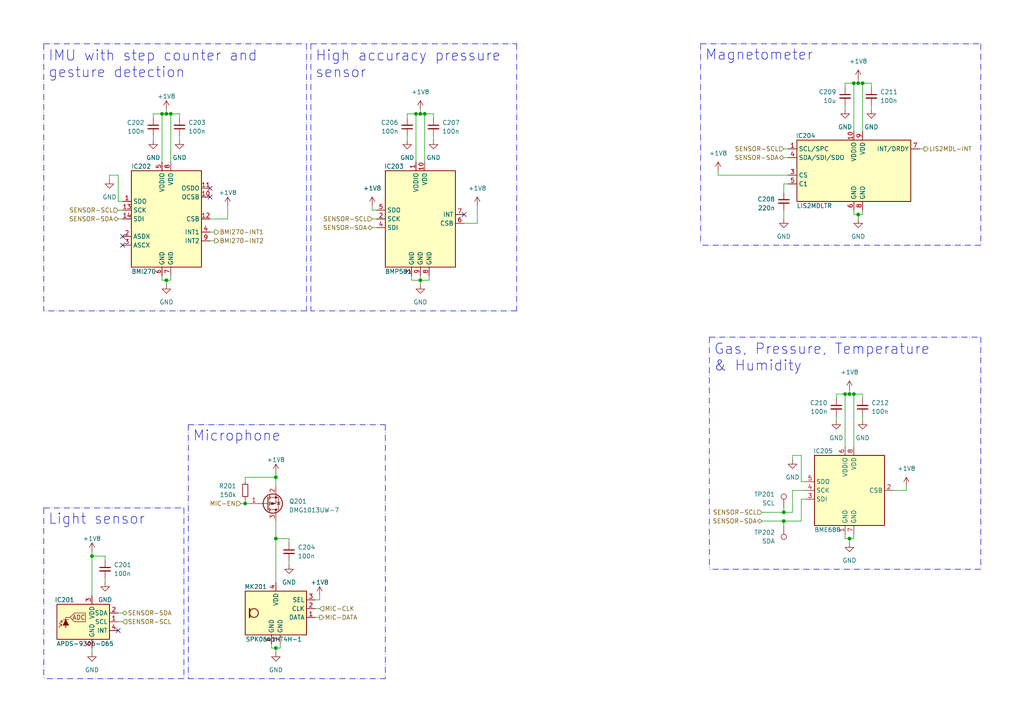
<source format=kicad_sch>
(kicad_sch (version 20231120) (generator "eeschema") (generator_version "8.0")
  (paper "A4")
  (title_block (title "ZSWatch v2") (date "2024-07-23") (rev "6") (company "github.com/jakkra/ZSWatch-HW"))
  (lib_symbols
    (symbol "Bosch_Kampi:BME688"
      (property "Reference" "IC" (at -8.89 11.43 0))
      (property "Value" "BME688" (at -6.35 -11.43 0))
      (symbol "BME688_0_1"
        (rectangle (start -10.16 10.16) (end 10.16 -10.16) (stroke (width 0.254)) (fill (type background)))
      )
      (symbol "BME688_1_1"
        (pin power_in line (at -1.27 -12.7 90) (length 2.54) (name "GND") (number "1"))
        (pin input line (at 12.7 0 180) (length 2.54) (name "CSB") (number "2"))
        (pin bidirectional line (at -12.7 -2.54 0) (length 2.54) (name "SDI") (number "3"))
        (pin input line (at -12.7 0 0) (length 2.54) (name "SCK") (number "4"))
        (pin bidirectional line (at -12.7 2.54 0) (length 2.54) (name "SDO") (number "5"))
        (pin power_in line (at -1.27 12.7 270) (length 2.54) (name "VDDIO") (number "6"))
        (pin power_in line (at 1.27 -12.7 90) (length 2.54) (name "GND") (number "7"))
        (pin power_in line (at 1.27 12.7 270) (length 2.54) (name "VDD") (number "8"))
      )
    )
    (symbol "Bosch_Kampi:BMI270"
      (property "Reference" "IC" (at -8.89 15.24 0))
      (property "Value" "BMI270" (at 0 0 0))
      (symbol "BMI270_1_0"
        (pin bidirectional line (at -12.7 5.08 0) (length 2.54) (name "SDO") (number "1"))
        (pin passive line (at 12.7 6.35 180) (length 2.54) (name "OCSB") (number "10"))
        (pin passive line (at 12.7 8.89 180) (length 2.54) (name "OSDO") (number "11"))
        (pin passive line (at 12.7 0 180) (length 2.54) (name "CSB") (number "12"))
        (pin passive line (at -12.7 2.54 0) (length 2.54) (name "SCK") (number "13"))
        (pin bidirectional line (at -12.7 0 0) (length 2.54) (name "SDI") (number "14"))
        (pin passive line (at -12.7 -5.08 0) (length 2.54) (name "ASDX") (number "2"))
        (pin passive line (at -12.7 -7.62 0) (length 2.54) (name "ASCX") (number "3"))
        (pin output line (at 12.7 -3.81 180) (length 2.54) (name "INT1") (number "4"))
        (pin power_in line (at -1.27 16.51 270) (length 2.54) (name "VDDIO") (number "5"))
        (pin power_in line (at -1.27 -16.51 90) (length 2.54) (name "GND") (number "6"))
        (pin power_in line (at 1.27 -16.51 90) (length 2.54) (name "GND") (number "7"))
        (pin power_in line (at 1.27 16.51 270) (length 2.54) (name "VDD") (number "8"))
        (pin output line (at 12.7 -6.35 180) (length 2.54) (name "INT2") (number "9"))
      )
      (symbol "BMI270_1_1"
        (polyline (pts (xy -10.16 13.97) (xy 10.16 13.97) (xy 10.16 -13.97) (xy -10.16 -13.97) (xy -10.16 13.97)) (stroke (width 0.254)) (fill (type background)))
      )
    )
    (symbol "Bosch_Kampi:BMP581"
      (property "Reference" "IC" (at -8.89 15.24 0))
      (symbol "BMP581_1_0"
        (pin passive line (at -1.27 16.51 270) (length 2.54) (name "VDDIO") (number "1"))
        (pin passive line (at 1.27 16.51 270) (length 2.54) (name "VDD") (number "10"))
        (pin input line (at -12.7 0 0) (length 2.54) (name "SCK") (number "2"))
        (pin power_in line (at -2.54 -16.51 90) (length 2.54) (name "GND") (number "3"))
        (pin bidirectional line (at -12.7 -2.54 0) (length 2.54) (name "SDI") (number "4"))
        (pin bidirectional line (at -12.7 2.54 0) (length 2.54) (name "SDO") (number "5"))
        (pin passive line (at 12.7 -1.27 180) (length 2.54) (name "CSB") (number "6"))
        (pin passive line (at 12.7 1.27 180) (length 2.54) (name "INT") (number "7"))
        (pin power_in line (at 2.54 -16.51 90) (length 2.54) (name "GND") (number "8"))
        (pin power_in line (at 0 -16.51 90) (length 2.54) (name "GND") (number "9"))
      )
      (symbol "BMP581_1_1"
        (polyline (pts (xy -10.16 13.97) (xy 10.16 13.97) (xy 10.16 -13.97) (xy -10.16 -13.97) (xy -10.16 13.97)) (stroke (width 0.254)) (fill (type background)))
      )
    )
    (symbol "Connector:TestPoint" (pin_numbers hide) (pin_names (offset 0.762) hide)
      (property "Reference" "TP" (at 0 6.858 0))
      (property "Value" "TestPoint" (at 0 5.08 0))
      (symbol "TestPoint_0_1"
        (circle (center 0 3.302) (radius 0.762))
      )
      (symbol "TestPoint_1_1"
        (pin passive line (at 0 0 90) (length 2.54) (name "1") (number "1"))
      )
    )
    (symbol "Device:C_Small" (pin_numbers hide) (pin_names (offset 0.254) hide)
      (property "Reference" "C" (at 0.254 1.778 0))
      (property "Value" "C_Small" (at 0.254 -2.032 0))
      (symbol "C_Small_0_1"
        (polyline (pts (xy -1.524 -0.508) (xy 1.524 -0.508)) (stroke (width 0.3302)))
        (polyline (pts (xy -1.524 0.508) (xy 1.524 0.508)) (stroke (width 0.3048)))
      )
      (symbol "C_Small_1_1"
        (pin passive line (at 0 2.54 270) (length 2.032) (name "~") (number "1"))
        (pin passive line (at 0 -2.54 90) (length 2.032) (name "~") (number "2"))
      )
    )
    (symbol "Device:R_Small" (pin_numbers hide) (pin_names (offset 0.254) hide)
      (property "Reference" "R" (at 0.762 0.508 0))
      (property "Value" "R_Small" (at 0.762 -1.016 0))
      (symbol "R_Small_0_1"
        (rectangle (start -0.762 1.778) (end 0.762 -1.778) (stroke (width 0.2032)))
      )
      (symbol "R_Small_1_1"
        (pin passive line (at 0 2.54 270) (length 0.762) (name "~") (number "1"))
        (pin passive line (at 0 -2.54 90) (length 0.762) (name "~") (number "2"))
      )
    )
    (symbol "Diodes Incorporated:DMG1013UW-7" (pin_names hide)
      (property "Reference" "Q" (at 2.54 1.905 0))
      (property "Value" "DMG1013UW-7" (at -6.35 0 0))
      (symbol "DMG1013UW-7_0_1"
        (circle (center -0.889 0) (radius 2.794) (stroke (width 0.254)))
        (circle (center 0 -1.778) (radius 0.254) (fill (type outline)))
        (polyline (pts (xy -2.286 0) (xy -5.08 0)))
        (polyline (pts (xy -2.286 1.905) (xy -2.286 -1.905)) (stroke (width 0.254)))
        (polyline (pts (xy -1.778 -1.27) (xy -1.778 -2.286)) (stroke (width 0.254)))
        (polyline (pts (xy -1.778 0.508) (xy -1.778 -0.508)) (stroke (width 0.254)))
        (polyline (pts (xy -1.778 2.286) (xy -1.778 1.27)) (stroke (width 0.254)))
        (polyline (pts (xy 0 2.54) (xy 0 1.778)))
        (polyline (pts (xy 0 -2.54) (xy 0 0) (xy -1.778 0)))
        (polyline (pts (xy -1.778 1.778) (xy 0.762 1.778) (xy 0.762 -1.778) (xy -1.778 -1.778)))
        (polyline (pts (xy -0.254 0) (xy -1.27 0.381) (xy -1.27 -0.381) (xy -0.254 0)) (fill (type outline)))
        (polyline (pts (xy 0.254 -0.508) (xy 0.381 -0.381) (xy 1.143 -0.381) (xy 1.27 -0.254)))
        (polyline (pts (xy 0.762 -0.381) (xy 0.381 0.254) (xy 1.143 0.254) (xy 0.762 -0.381)))
        (circle (center 0 1.778) (radius 0.254) (fill (type outline)))
      )
      (symbol "DMG1013UW-7_1_1"
        (pin input line (at -7.62 0 0) (length 2.54) (name "G") (number "1"))
        (pin passive line (at 0 -5.08 90) (length 2.54) (name "S") (number "2"))
        (pin passive line (at 0 5.08 270) (length 2.54) (name "D") (number "3"))
      )
    )
    (symbol "Knowles:SPK0641HT4H-1"
      (property "Reference" "MK" (at -7.62 7.62 0))
      (property "Value" "SPK0641HT4H-1" (at -1.27 -7.62 0))
      (symbol "SPK0641HT4H-1_1_1"
        (rectangle (start -8.89 6.35) (end 8.89 -6.35) (stroke (width 0.254)) (fill (type background)))
        (circle (center -6.35 0) (radius 1.27) (stroke (width 0.254)))
        (polyline (pts (xy -7.62 1.27) (xy -7.62 -1.27)) (stroke (width 0.381)))
        (pin output line (at 11.43 -1.27 180) (length 2.54) (name "DATA") (number "1"))
        (pin input line (at 11.43 1.27 180) (length 2.54) (name "CLK") (number "2"))
        (pin input line (at 11.43 3.81 180) (length 2.54) (name "SEL") (number "3"))
        (pin power_in line (at 0 8.89 270) (length 2.54) (name "VDD") (number "4"))
        (pin power_in line (at -1.27 -8.89 90) (length 2.54) hide (name "GND") (number "5"))
        (pin power_in line (at -1.27 -8.89 90) (length 2.54) (name "GND") (number "6"))
        (pin power_in line (at 1.27 -8.89 90) (length 2.54) (name "GND") (number "7"))
        (pin power_in line (at 1.27 -8.89 90) (length 2.54) hide (name "GND") (number "8"))
      )
    )
    (symbol "ST:LIS2MDLTR"
      (property "Reference" "IC" (at -16.51 11.43 0))
      (symbol "LIS2MDLTR_1_0"
        (pin passive line (at -20.32 7.62 0) (length 2.54) (name "SCL/SPC") (number "1"))
        (pin power_in line (at -1.27 12.7 270) (length 2.54) (name "VDDIO") (number "10"))
        (pin no_connect line (at 17.78 -2.54 180) (length 2.54) hide (name "NC") (number "11"))
        (pin no_connect line (at 17.78 -5.08 180) (length 2.54) hide (name "NC") (number "12"))
        (pin no_connect line (at 17.78 0 180) (length 2.54) hide (name "NC") (number "2"))
        (pin passive line (at -20.32 0 0) (length 2.54) (name "CS") (number "3"))
        (pin passive line (at -20.32 5.08 0) (length 2.54) (name "SDA/SDI/SDO") (number "4"))
        (pin passive line (at -20.32 -2.54 0) (length 2.54) (name "C1") (number "5"))
        (pin passive line (at -1.27 -10.16 90) (length 2.54) (name "GND") (number "6"))
        (pin passive line (at 17.78 7.62 180) (length 2.54) (name "INT/DRDY") (number "7"))
        (pin passive line (at 1.27 -10.16 90) (length 2.54) (name "GND") (number "8"))
        (pin power_in line (at 1.27 12.7 270) (length 2.54) (name "VDD") (number "9"))
      )
      (symbol "LIS2MDLTR_1_1"
        (polyline (pts (xy -17.78 10.16) (xy 15.24 10.16) (xy 15.24 -7.62) (xy -17.78 -7.62) (xy -17.78 10.16)) (stroke (width 0.254)) (fill (type background)))
      )
    )
    (symbol "Sensor_Optical:APDS-9306-065"
      (property "Reference" "U" (at -6.35 6.35 0))
      (property "Value" "APDS-9306-065" (at 3.81 6.35 0))
      (symbol "APDS-9306-065_0_0"
        (polyline (pts (xy -3.81 1.27) (xy -2.54 2.54) (xy 0.635 2.54) (xy 0.635 0) (xy -2.54 0) (xy -3.81 1.27)))
        (text "ADC" (at -1.27 1.27 0) (effects (font (size 1.27 1.27))))
      )
      (symbol "APDS-9306-065_0_1"
        (rectangle (start -7.62 5.08) (end 7.62 -5.08) (stroke (width 0.254)) (fill (type background)))
      )
      (symbol "APDS-9306-065_1_0"
        (polyline (pts (xy -5.08 -1.524) (xy -5.08 1.27) (xy -3.81 1.27)))
      )
      (symbol "APDS-9306-065_1_1"
        (polyline (pts (xy -6.223 -0.762) (xy -7.112 -1.651)))
        (polyline (pts (xy -6.223 -0.762) (xy -6.731 -0.762)))
        (polyline (pts (xy -6.223 -0.762) (xy -6.223 -1.27)))
        (polyline (pts (xy -6.096 0.254) (xy -6.985 -0.635)))
        (polyline (pts (xy -6.096 0.254) (xy -6.604 0.254)))
        (polyline (pts (xy -6.096 0.254) (xy -6.096 -0.254)))
        (polyline (pts (xy -5.842 0.635) (xy -4.191 0.635)))
        (polyline (pts (xy -4.826 -1.524) (xy -5.334 -1.524)))
        (polyline (pts (xy -5.842 -1.016) (xy -4.191 -1.016) (xy -5.08 0.635) (xy -5.842 -1.016)) (fill (type outline)))
        (pin input line (at 10.16 0 180) (length 2.54) (name "SCL") (number "1"))
        (pin bidirectional line (at 10.16 2.54 180) (length 2.54) (name "SDA") (number "2"))
        (pin power_in line (at 2.54 7.62 270) (length 2.54) (name "VDD") (number "3"))
        (pin open_collector line (at 10.16 -2.54 180) (length 2.54) (name "INT") (number "4"))
        (pin no_connect line (at -7.62 2.54 0) (length 2.54) hide (name "NC") (number "5"))
        (pin power_in line (at 2.54 -7.62 90) (length 2.54) (name "GND") (number "6"))
      )
    )
    (symbol "power:+1V8" (power) (pin_names (offset 0))
      (property "Value" "+1V8" (at 0 3.556 0))
      (symbol "+1V8_0_1"
        (polyline (pts (xy -0.762 1.27) (xy 0 2.54)))
        (polyline (pts (xy 0 0) (xy 0 2.54)))
        (polyline (pts (xy 0 2.54) (xy 0.762 1.27)))
      )
      (symbol "+1V8_1_1"
        (pin power_in line (at 0 0 90) (length 0) hide (name "+1V8") (number "1"))
      )
    )
    (symbol "power:GND" (power) (pin_names (offset 0))
      (property "Value" "GND" (at 0 -3.81 0))
      (symbol "GND_0_1"
        (polyline (pts (xy 0 0) (xy 0 -1.27) (xy 1.27 -1.27) (xy 0 -2.54) (xy -1.27 -1.27) (xy 0 -1.27)))
      )
      (symbol "GND_1_1"
        (pin power_in line (at 0 0 270) (length 0) hide (name "GND") (number "1"))
      )
    )
  )
  (junction (at 71.12 146.05))
  (junction (at 246.38 156.21))
  (junction (at 247.65 114.3))
  (junction (at 246.38 114.3))
  (junction (at 48.26 81.28))
  (junction (at 80.01 156.21))
  (junction (at 248.92 62.23))
  (junction (at 247.65 24.13))
  (junction (at 123.19 33.02))
  (junction (at 80.01 138.43))
  (junction (at 250.19 24.13))
  (junction (at 121.92 81.28))
  (junction (at 245.11 114.3))
  (junction (at 49.53 33.02))
  (junction (at 227.33 151.13))
  (junction (at 48.26 33.02))
  (junction (at 26.67 161.29))
  (junction (at 248.92 24.13))
  (junction (at 120.65 33.02))
  (junction (at 80.01 187.96))
  (junction (at 227.33 148.59))
  (junction (at 121.92 33.02))
  (junction (at 46.99 33.02))
  (no_connect (at 35.56 68.58))
  (no_connect (at 60.96 57.15))
  (no_connect (at 60.96 54.61))
  (no_connect (at 34.29 182.88))
  (no_connect (at 134.62 62.23))
  (no_connect (at 35.56 71.12))
  (wire (pts (xy 232.41 151.13) (xy 232.41 144.78)))
  (wire (pts (xy 92.71 172.72) (xy 92.71 173.99)))
  (polyline (pts (xy 111.76 123.19) (xy 111.76 196.85)) (stroke (width 0) (type dash_dot)))
  (polyline (pts (xy 284.48 165.1) (xy 205.74 165.1)) (stroke (width 0) (type dash_dot)))
  (wire (pts (xy 78.74 187.96) (xy 80.01 187.96)))
  (wire (pts (xy 245.11 114.3) (xy 245.11 129.54)))
  (wire (pts (xy 48.26 33.02) (xy 49.53 33.02)))
  (wire (pts (xy 250.19 24.13) (xy 252.73 24.13)))
  (wire (pts (xy 119.38 80.01) (xy 119.38 81.28)))
  (wire (pts (xy 46.99 81.28) (xy 48.26 81.28)))
  (wire (pts (xy 81.28 187.96) (xy 81.28 186.69)))
  (wire (pts (xy 60.96 63.5) (xy 66.04 63.5)))
  (wire (pts (xy 121.92 81.28) (xy 121.92 82.55)))
  (wire (pts (xy 125.73 33.02) (xy 123.19 33.02)))
  (wire (pts (xy 83.82 162.56) (xy 83.82 163.83)))
  (wire (pts (xy 49.53 80.01) (xy 49.53 81.28)))
  (polyline (pts (xy 88.9 90.17) (xy 12.7 90.17)) (stroke (width 0) (type dash_dot)))
  (polyline (pts (xy 203.2 12.7) (xy 284.48 12.7)) (stroke (width 0) (type dash_dot)))
  (wire (pts (xy 248.92 63.5) (xy 248.92 62.23)))
  (wire (pts (xy 44.45 39.37) (xy 44.45 40.64)))
  (wire (pts (xy 109.22 66.04) (xy 107.95 66.04)))
  (polyline (pts (xy 90.17 12.7) (xy 90.17 90.17)) (stroke (width 0) (type dash_dot)))
  (wire (pts (xy 30.48 162.56) (xy 30.48 161.29)))
  (wire (pts (xy 266.7 43.18) (xy 267.97 43.18)))
  (polyline (pts (xy 88.9 12.7) (xy 88.9 90.17)) (stroke (width 0) (type dash_dot)))
  (wire (pts (xy 246.38 114.3) (xy 247.65 114.3)))
  (wire (pts (xy 247.65 156.21) (xy 246.38 156.21)))
  (wire (pts (xy 125.73 39.37) (xy 125.73 40.64)))
  (polyline (pts (xy 90.17 12.7) (xy 149.86 12.7)) (stroke (width 0) (type dash_dot)))
  (wire (pts (xy 80.01 156.21) (xy 80.01 168.91)))
  (wire (pts (xy 34.29 63.5) (xy 35.56 63.5)))
  (wire (pts (xy 80.01 187.96) (xy 81.28 187.96)))
  (wire (pts (xy 62.23 67.31) (xy 60.96 67.31)))
  (wire (pts (xy 247.65 24.13) (xy 248.92 24.13)))
  (wire (pts (xy 107.95 60.96) (xy 107.95 59.69)))
  (polyline (pts (xy 12.7 147.32) (xy 53.34 147.32)) (stroke (width 0) (type dash_dot)))
  (wire (pts (xy 91.44 179.07) (xy 92.71 179.07)))
  (wire (pts (xy 60.96 69.85) (xy 62.23 69.85)))
  (wire (pts (xy 49.53 33.02) (xy 49.53 46.99)))
  (wire (pts (xy 252.73 24.13) (xy 252.73 25.4)))
  (wire (pts (xy 118.11 33.02) (xy 118.11 34.29)))
  (wire (pts (xy 242.57 120.65) (xy 242.57 121.92)))
  (wire (pts (xy 250.19 120.65) (xy 250.19 121.92)))
  (wire (pts (xy 78.74 186.69) (xy 78.74 187.96)))
  (wire (pts (xy 91.44 173.99) (xy 92.71 173.99)))
  (wire (pts (xy 91.44 176.53) (xy 92.71 176.53)))
  (wire (pts (xy 232.41 151.13) (xy 227.33 151.13)))
  (wire (pts (xy 48.26 81.28) (xy 48.26 82.55)))
  (wire (pts (xy 80.01 138.43) (xy 71.12 138.43)))
  (wire (pts (xy 246.38 156.21) (xy 246.38 157.48)))
  (polyline (pts (xy 54.61 123.19) (xy 54.61 196.85)) (stroke (width 0) (type dash_dot)))
  (polyline (pts (xy 149.86 12.7) (xy 149.86 90.17)) (stroke (width 0) (type dash_dot)))
  (wire (pts (xy 232.41 139.7) (xy 233.68 139.7)))
  (wire (pts (xy 227.33 45.72) (xy 228.6 45.72)))
  (polyline (pts (xy 12.7 147.32) (xy 12.7 196.85)) (stroke (width 0) (type dash_dot)))
  (wire (pts (xy 227.33 151.13) (xy 220.98 151.13)))
  (wire (pts (xy 69.85 146.05) (xy 71.12 146.05)))
  (wire (pts (xy 248.92 22.86) (xy 248.92 24.13)))
  (wire (pts (xy 120.65 33.02) (xy 121.92 33.02)))
  (wire (pts (xy 227.33 147.32) (xy 227.33 148.59)))
  (wire (pts (xy 35.56 58.42) (xy 34.29 58.42)))
  (polyline (pts (xy 53.34 147.32) (xy 53.34 196.85)) (stroke (width 0) (type dash_dot)))
  (polyline (pts (xy 149.86 90.17) (xy 90.17 90.17)) (stroke (width 0) (type dash_dot)))
  (polyline (pts (xy 284.48 97.79) (xy 284.48 165.1)) (stroke (width 0) (type dash_dot)))
  (wire (pts (xy 34.29 50.8) (xy 31.75 50.8)))
  (wire (pts (xy 34.29 58.42) (xy 34.29 50.8)))
  (polyline (pts (xy 54.61 196.85) (xy 111.76 196.85)) (stroke (width 0) (type dash_dot)))
  (wire (pts (xy 229.87 132.08) (xy 232.41 132.08)))
  (wire (pts (xy 26.67 161.29) (xy 30.48 161.29)))
  (wire (pts (xy 247.65 60.96) (xy 247.65 62.23)))
  (wire (pts (xy 46.99 33.02) (xy 44.45 33.02)))
  (wire (pts (xy 227.33 60.96) (xy 227.33 63.5)))
  (wire (pts (xy 46.99 80.01) (xy 46.99 81.28)))
  (wire (pts (xy 246.38 114.3) (xy 245.11 114.3)))
  (polyline (pts (xy 12.7 12.7) (xy 88.9 12.7)) (stroke (width 0) (type dash_dot)))
  (wire (pts (xy 227.33 151.13) (xy 227.33 152.4)))
  (polyline (pts (xy 284.48 71.12) (xy 203.2 71.12)) (stroke (width 0) (type dash_dot)))
  (wire (pts (xy 248.92 62.23) (xy 247.65 62.23)))
  (wire (pts (xy 232.41 144.78) (xy 233.68 144.78)))
  (wire (pts (xy 121.92 31.75) (xy 121.92 33.02)))
  (wire (pts (xy 245.11 156.21) (xy 246.38 156.21)))
  (wire (pts (xy 250.19 24.13) (xy 250.19 38.1)))
  (wire (pts (xy 227.33 53.34) (xy 228.6 53.34)))
  (wire (pts (xy 245.11 30.48) (xy 245.11 31.75)))
  (wire (pts (xy 229.87 148.59) (xy 229.87 142.24)))
  (wire (pts (xy 228.6 50.8) (xy 208.28 50.8)))
  (wire (pts (xy 120.65 33.02) (xy 120.65 46.99)))
  (wire (pts (xy 242.57 114.3) (xy 245.11 114.3)))
  (wire (pts (xy 46.99 33.02) (xy 48.26 33.02)))
  (wire (pts (xy 248.92 24.13) (xy 250.19 24.13)))
  (wire (pts (xy 26.67 187.96) (xy 26.67 189.23)))
  (wire (pts (xy 124.46 81.28) (xy 121.92 81.28)))
  (wire (pts (xy 66.04 63.5) (xy 66.04 59.69)))
  (wire (pts (xy 83.82 156.21) (xy 80.01 156.21)))
  (polyline (pts (xy 12.7 12.7) (xy 12.7 90.17)) (stroke (width 0) (type dash_dot)))
  (wire (pts (xy 245.11 154.94) (xy 245.11 156.21)))
  (wire (pts (xy 52.07 33.02) (xy 52.07 34.29)))
  (wire (pts (xy 220.98 148.59) (xy 227.33 148.59)))
  (wire (pts (xy 107.95 63.5) (xy 109.22 63.5)))
  (polyline (pts (xy 205.74 97.79) (xy 205.74 165.1)) (stroke (width 0) (type dash_dot)))
  (wire (pts (xy 80.01 187.96) (xy 80.01 189.23)))
  (wire (pts (xy 34.29 180.34) (xy 35.56 180.34)))
  (wire (pts (xy 31.75 50.8) (xy 31.75 52.07)))
  (wire (pts (xy 120.65 33.02) (xy 118.11 33.02)))
  (wire (pts (xy 46.99 46.99) (xy 46.99 33.02)))
  (wire (pts (xy 138.43 59.69) (xy 138.43 64.77)))
  (wire (pts (xy 26.67 160.02) (xy 26.67 161.29)))
  (wire (pts (xy 121.92 33.02) (xy 123.19 33.02)))
  (wire (pts (xy 227.33 43.18) (xy 228.6 43.18)))
  (wire (pts (xy 34.29 177.8) (xy 35.56 177.8)))
  (wire (pts (xy 245.11 24.13) (xy 247.65 24.13)))
  (wire (pts (xy 49.53 33.02) (xy 52.07 33.02)))
  (wire (pts (xy 52.07 39.37) (xy 52.07 40.64)))
  (wire (pts (xy 44.45 33.02) (xy 44.45 34.29)))
  (polyline (pts (xy 205.74 97.79) (xy 284.48 97.79)) (stroke (width 0) (type dash_dot)))
  (wire (pts (xy 49.53 81.28) (xy 48.26 81.28)))
  (wire (pts (xy 247.65 154.94) (xy 247.65 156.21)))
  (wire (pts (xy 121.92 80.01) (xy 121.92 81.28)))
  (wire (pts (xy 71.12 146.05) (xy 71.12 144.78)))
  (polyline (pts (xy 53.34 196.85) (xy 12.7 196.85)) (stroke (width 0) (type dash_dot)))
  (wire (pts (xy 121.92 81.28) (xy 119.38 81.28)))
  (wire (pts (xy 208.28 49.53) (xy 208.28 50.8)))
  (wire (pts (xy 34.29 60.96) (xy 35.56 60.96)))
  (wire (pts (xy 125.73 33.02) (xy 125.73 34.29)))
  (wire (pts (xy 48.26 31.75) (xy 48.26 33.02)))
  (wire (pts (xy 246.38 113.03) (xy 246.38 114.3)))
  (wire (pts (xy 247.65 114.3) (xy 250.19 114.3)))
  (wire (pts (xy 83.82 156.21) (xy 83.82 157.48)))
  (wire (pts (xy 248.92 62.23) (xy 250.19 62.23)))
  (wire (pts (xy 245.11 25.4) (xy 245.11 24.13)))
  (wire (pts (xy 138.43 64.77) (xy 134.62 64.77)))
  (wire (pts (xy 80.01 151.13) (xy 80.01 156.21)))
  (wire (pts (xy 250.19 114.3) (xy 250.19 115.57)))
  (wire (pts (xy 247.65 24.13) (xy 247.65 38.1)))
  (wire (pts (xy 80.01 137.16) (xy 80.01 138.43)))
  (wire (pts (xy 227.33 148.59) (xy 229.87 148.59)))
  (wire (pts (xy 30.48 167.64) (xy 30.48 168.91)))
  (wire (pts (xy 72.39 146.05) (xy 71.12 146.05)))
  (wire (pts (xy 247.65 114.3) (xy 247.65 129.54)))
  (wire (pts (xy 109.22 60.96) (xy 107.95 60.96)))
  (polyline (pts (xy 54.61 123.19) (xy 111.76 123.19)) (stroke (width 0) (type dash_dot)))
  (wire (pts (xy 259.08 142.24) (xy 262.89 142.24)))
  (wire (pts (xy 262.89 142.24) (xy 262.89 140.97)))
  (wire (pts (xy 123.19 33.02) (xy 123.19 46.99)))
  (wire (pts (xy 242.57 114.3) (xy 242.57 115.57)))
  (wire (pts (xy 229.87 133.35) (xy 229.87 132.08)))
  (wire (pts (xy 118.11 39.37) (xy 118.11 40.64)))
  (wire (pts (xy 80.01 138.43) (xy 80.01 140.97)))
  (wire (pts (xy 232.41 132.08) (xy 232.41 139.7)))
  (polyline (pts (xy 284.48 12.7) (xy 284.48 71.12)) (stroke (width 0) (type dash_dot)))
  (wire (pts (xy 26.67 161.29) (xy 26.67 172.72)))
  (wire (pts (xy 124.46 80.01) (xy 124.46 81.28)))
  (wire (pts (xy 71.12 138.43) (xy 71.12 139.7)))
  (polyline (pts (xy 203.2 12.7) (xy 203.2 71.12)) (stroke (width 0) (type dash_dot)))
  (wire (pts (xy 229.87 142.24) (xy 233.68 142.24)))
  (wire (pts (xy 252.73 31.75) (xy 252.73 30.48)))
  (wire (pts (xy 227.33 55.88) (xy 227.33 53.34)))
  (wire (pts (xy 250.19 62.23) (xy 250.19 60.96)))
  (text "Gas, Pressure, Temperature\n& Humidity" (at 207.01 107.95 0) (effects (font (size 3 3)) (justify left bottom)))
  (text "Magnetometer" (at 204.47 17.78 0) (effects (font (size 3 3)) (justify left bottom)))
  (text "High accuracy pressure\nsensor" (at 91.44 22.86 0) (effects (font (size 3 3)) (justify left bottom)))
  (text "Microphone" (at 55.88 128.27 0) (effects (font (size 3 3)) (justify left bottom)))
  (text "Light sensor" (at 13.97 152.4 0) (effects (font (size 3 3)) (justify left bottom)))
  (text "IMU with step counter and\ngesture detection" (at 13.97 22.86 0) (effects (font (size 3 3)) (justify left bottom)))
  (hierarchical_label "LIS2MDL-INT" (shape output) (at 267.97 43.18 0))
  (hierarchical_label "SENSOR-SDA" (shape bidirectional) (at 220.98 151.13 180))
  (hierarchical_label "MIC-DATA" (shape output) (at 92.71 179.07 0))
  (hierarchical_label "MIC-EN" (shape input) (at 69.85 146.05 180))
  (hierarchical_label "SENSOR-SCL" (shape input) (at 35.56 180.34 0))
  (hierarchical_label "SENSOR-SCL" (shape input) (at 227.33 43.18 180))
  (hierarchical_label "SENSOR-SCL" (shape input) (at 220.98 148.59 180))
  (hierarchical_label "SENSOR-SDA" (shape bidirectional) (at 227.33 45.72 180))
  (hierarchical_label "BMI270-INT1" (shape output) (at 62.23 67.31 0))
  (hierarchical_label "SENSOR-SDA" (shape bidirectional) (at 34.29 63.5 180))
  (hierarchical_label "BMI270-INT2" (shape output) (at 62.23 69.85 0))
  (hierarchical_label "SENSOR-SCL" (shape input) (at 34.29 60.96 180))
  (hierarchical_label "SENSOR-SDA" (shape bidirectional) (at 35.56 177.8 0))
  (hierarchical_label "MIC-CLK" (shape input) (at 92.71 176.53 0))
  (hierarchical_label "SENSOR-SDA" (shape bidirectional) (at 107.95 66.04 180))
  (hierarchical_label "SENSOR-SCL" (shape input) (at 107.95 63.5 180))
  (symbol (lib_id "power:GND") (at 245.11 31.75 0) (unit 1)
    (property "Reference" "#PWR0224" (effects (hide yes)))
    (property "Value" "GND" (at 245.11 36.83 0))
  )
  (symbol (lib_id "power:GND") (at 248.92 63.5 0) (unit 1)
    (property "Reference" "#PWR0227" (effects (hide yes)))
    (property "Value" "GND" (at 248.92 68.58 0))
  )
  (symbol (lib_id "power:GND") (at 229.87 133.35 0) (unit 1)
    (property "Reference" "#PWR0223" (effects (hide yes)))
    (property "Value" "GND" (at 229.87 138.43 0))
  )
  (symbol (lib_id "Device:C_Small") (at 252.73 27.94 0) (mirror y) (unit 1)
    (property "Reference" "C211" (at 255.27 26.6763 0) (effects (justify right)))
    (property "Value" "100n" (at 255.27 29.2163 0) (effects (justify right)))
    (property "Footprint" "Capacitor_SMD:C_0603_1608Metric" (effects (hide yes)))
    (property "Mfr." "KYOCERA AVX" (effects (hide yes)))
    (property "Mfr. No." "06035C104KAT2A" (effects (hide yes)))
    (property "Distributor" "Mouser" (effects (hide yes)))
    (property "Order Number" "581-06035C104KAT2A" (effects (hide yes)))
  )
  (symbol (lib_id "power:+1V8") (at 262.89 140.97 0) (unit 1)
    (property "Reference" "#PWR0232" (effects (hide yes)))
    (property "Value" "+1V8" (at 262.89 135.89 0))
  )
  (symbol (lib_id "power:GND") (at 83.82 163.83 0) (unit 1)
    (property "Reference" "#PWR0212" (effects (hide yes)))
    (property "Value" "GND" (at 83.82 168.91 0))
  )
  (symbol (lib_id "power:GND") (at 26.67 189.23 0) (unit 1)
    (property "Reference" "#PWR0202" (effects (hide yes)))
    (property "Value" "GND" (at 26.67 194.31 0))
  )
  (symbol (lib_id "Device:C_Small") (at 118.11 36.83 180) (unit 1)
    (property "Reference" "C206" (at 115.57 35.5536 0) (effects (justify left)))
    (property "Value" "100n" (at 115.57 38.0936 0) (effects (justify left)))
    (property "Footprint" "Capacitor_SMD:C_0603_1608Metric" (effects (hide yes)))
    (property "Mfr." "KYOCERA AVX" (effects (hide yes)))
    (property "Mfr. No." "06035C104KAT2A" (effects (hide yes)))
    (property "Distributor" "Mouser" (effects (hide yes)))
    (property "Order Number" "581-06035C104KAT2A" (effects (hide yes)))
  )
  (symbol (lib_id "power:GND") (at 52.07 40.64 0) (unit 1)
    (property "Reference" "#PWR0208" (effects (hide yes)))
    (property "Value" "GND" (at 52.07 45.72 0))
  )
  (symbol (lib_id "power:+1V8") (at 246.38 113.03 0) (unit 1)
    (property "Reference" "#PWR0228" (effects (hide yes)))
    (property "Value" "+1V8" (at 246.38 107.95 0))
  )
  (symbol (lib_id "Device:C_Small") (at 250.19 118.11 180) (unit 1)
    (property "Reference" "C212" (at 252.73 116.8336 0) (effects (justify right)))
    (property "Value" "100n" (at 252.73 119.3736 0) (effects (justify right)))
    (property "Footprint" "Capacitor_SMD:C_0603_1608Metric" (effects (hide yes)))
    (property "Mfr." "KYOCERA AVX" (effects (hide yes)))
    (property "Mfr. No." "06035C104KAT2A" (effects (hide yes)))
    (property "Distributor" "Mouser" (effects (hide yes)))
    (property "Order Number" "581-06035C104KAT2A" (effects (hide yes)))
  )
  (symbol (lib_id "Device:C_Small") (at 227.33 58.42 0) (unit 1)
    (property "Reference" "C208" (at 224.79 57.7913 0) (effects (justify right)))
    (property "Value" "220n" (at 224.79 60.3313 0) (effects (justify right)))
    (property "Footprint" "Capacitor_SMD:C_0603_1608Metric" (effects (hide yes)))
    (property "Mfr." "KYOCERA AVX" (effects (hide yes)))
    (property "Mfr. No." "06033C224KAT2A" (effects (hide yes)))
    (property "Distributor" "Mouser" (effects (hide yes)))
    (property "Order Number" "581-06033C224KAT2A" (effects (hide yes)))
  )
  (symbol (lib_id "power:+1V8") (at 138.43 59.69 0) (unit 1)
    (property "Reference" "#PWR0220" (effects (hide yes)))
    (property "Value" "+1V8" (at 138.43 54.61 0))
  )
  (symbol (lib_id "power:GND") (at 250.19 121.92 0) (unit 1)
    (property "Reference" "#PWR0231" (effects (hide yes)))
    (property "Value" "GND" (at 250.19 127 0))
  )
  (symbol (lib_id "power:+1V8") (at 92.71 172.72 0) (unit 1)
    (property "Reference" "#PWR0213" (effects (hide yes)))
    (property "Value" "+1V8" (at 92.71 168.91 0))
  )
  (symbol (lib_id "power:GND") (at 125.73 40.64 0) (mirror y) (unit 1)
    (property "Reference" "#PWR0219" (effects (hide yes)))
    (property "Value" "GND" (at 125.73 45.72 0))
  )
  (symbol (lib_id "Bosch_Kampi:BMI270") (at 48.26 63.5 0) (unit 1)
    (property "Reference" "IC202" (at 38.1 48.26 0) (effects (justify left)))
    (property "Value" "BMI270" (at 38.1 78.74 0) (effects (justify left)))
    (property "Footprint" "Package_LGA:Bosch_LGA-14_3x2.5mm_P0.5mm_LayoutBorder3x4y" (effects (hide yes)))
    (property "Datasheet" "https://www.bosch-sensortec.com/media/boschsensortec/downloads/datasheets/bst-bmi270-ds000.pdf" (effects (hide yes)))
    (property "Mfr." "Bosch" (effects (hide yes)))
    (property "Mfr. No." "BMI270" (effects (hide yes)))
    (property "Distributor" "Mouser" (effects (hide yes)))
    (property "Order Number" "262-BMI270" (effects (hide yes)))
  )
  (symbol (lib_id "Device:C_Small") (at 125.73 36.83 0) (mirror y) (unit 1)
    (property "Reference" "C207" (at 128.27 35.5663 0) (effects (justify right)))
    (property "Value" "100n" (at 128.27 38.1063 0) (effects (justify right)))
    (property "Footprint" "Capacitor_SMD:C_0603_1608Metric" (effects (hide yes)))
    (property "Mfr." "KYOCERA AVX" (effects (hide yes)))
    (property "Mfr. No." "06035C104KAT2A" (effects (hide yes)))
    (property "Distributor" "Mouser" (effects (hide yes)))
    (property "Order Number" "581-06035C104KAT2A" (effects (hide yes)))
  )
  (symbol (lib_id "Diodes Incorporated:DMG1013UW-7") (at 80.01 146.05 0) (mirror x) (unit 1)
    (property "Reference" "Q201" (at 83.82 145.415 0) (effects (justify left)))
    (property "Value" "DMG1013UW-7" (at 83.82 147.955 0) (effects (justify left)))
    (property "Footprint" "Package_TO_SOT_SMD:SOT-323_SC-70" (effects (hide yes)))
    (property "Datasheet" "https://www.diodes.com/assets/Datasheets/ds31861.pdf" (effects (hide yes)))
    (property "Mfr." "ROHM Semiconductor" (effects (hide yes)))
    (property "Mfr. No." "DMG1013UW-7" (effects (hide yes)))
    (property "Distributor" "Mouser" (effects (hide yes)))
    (property "Order Number" "621-DMG1013UW-7" (effects (hide yes)))
    (property "CONFIG" "-ENV" (effects (hide yes)))
  )
  (symbol (lib_id "Sensor_Optical:APDS-9306-065") (at 24.13 180.34 0) (unit 1)
    (property "Reference" "IC201" (at 21.59 173.99 0) (effects (justify right)))
    (property "Value" "APDS-9306-065" (at 33.02 186.69 0) (effects (justify right)))
    (property "Footprint" "Broadcom:Broadcom_DFN-6_2x2mm_P0.65mm" (effects (hide yes)))
    (property "Datasheet" "https://docs.broadcom.com/docs/AV02-4755EN" (effects (hide yes)))
    (property "Mfr." "Broadcom / Avago" (effects (hide yes)))
    (property "Mfr. No." "APDS-9306-065" (effects (hide yes)))
    (property "Distributor" "Mouser" (effects (hide yes)))
    (property "Order Number" "630-APDS-9306-065" (effects (hide yes)))
  )
  (symbol (lib_id "Connector:TestPoint") (at 227.33 147.32 0) (mirror y) (unit 1) (in_bom no)
    (property "Reference" "TP201" (at 224.79 143.383 0) (effects (justify left)))
    (property "Value" "SCL" (at 224.79 145.923 0) (effects (justify left)))
    (property "Footprint" "TestPoint:TestPoint_Pad_D1.0mm" (effects (hide yes)))
  )
  (symbol (lib_id "Device:C_Small") (at 44.45 36.83 0) (unit 1)
    (property "Reference" "C202" (at 41.91 35.5663 0) (effects (justify right)))
    (property "Value" "100n" (at 41.91 38.1063 0) (effects (justify right)))
    (property "Footprint" "Capacitor_SMD:C_0603_1608Metric" (effects (hide yes)))
    (property "Mfr." "KYOCERA AVX" (effects (hide yes)))
    (property "Mfr. No." "06035C104KAT2A" (effects (hide yes)))
    (property "Distributor" "Mouser" (effects (hide yes)))
    (property "Order Number" "581-06035C104KAT2A" (effects (hide yes)))
  )
  (symbol (lib_id "power:GND") (at 227.33 63.5 0) (unit 1)
    (property "Reference" "#PWR0222" (effects (hide yes)))
    (property "Value" "GND" (at 227.33 68.58 0))
  )
  (symbol (lib_id "Device:C_Small") (at 242.57 118.11 0) (mirror y) (unit 1)
    (property "Reference" "C210" (at 240.03 116.8463 0) (effects (justify left)))
    (property "Value" "100n" (at 240.03 119.3863 0) (effects (justify left)))
    (property "Footprint" "Capacitor_SMD:C_0603_1608Metric" (effects (hide yes)))
    (property "Mfr." "KYOCERA AVX" (effects (hide yes)))
    (property "Mfr. No." "06035C104KAT2A" (effects (hide yes)))
    (property "Distributor" "Mouser" (effects (hide yes)))
    (property "Order Number" "581-06035C104KAT2A" (effects (hide yes)))
  )
  (symbol (lib_id "power:GND") (at 121.92 82.55 0) (unit 1)
    (property "Reference" "#PWR0218" (effects (hide yes)))
    (property "Value" "GND" (at 121.92 87.63 0))
  )
  (symbol (lib_id "power:GND") (at 30.48 168.91 0) (unit 1)
    (property "Reference" "#PWR0203" (effects (hide yes)))
    (property "Value" "GND" (at 30.48 173.99 0))
  )
  (symbol (lib_id "power:GND") (at 246.38 157.48 0) (unit 1)
    (property "Reference" "#PWR0229" (effects (hide yes)))
    (property "Value" "GND" (at 246.38 162.56 0))
  )
  (symbol (lib_id "Device:C_Small") (at 30.48 165.1 0) (mirror y) (unit 1)
    (property "Reference" "C201" (at 33.02 163.8363 0) (effects (justify right)))
    (property "Value" "100n" (at 33.02 166.3763 0) (effects (justify right)))
    (property "Footprint" "Capacitor_SMD:C_0603_1608Metric" (effects (hide yes)))
    (property "Mfr." "KYOCERA AVX" (effects (hide yes)))
    (property "Mfr. No." "06035C104KAT2A" (effects (hide yes)))
    (property "Distributor" "Mouser" (effects (hide yes)))
    (property "Order Number" "581-06035C104KAT2A" (effects (hide yes)))
  )
  (symbol (lib_id "Connector:TestPoint") (at 227.33 152.4 0) (mirror x) (unit 1) (in_bom no)
    (property "Reference" "TP202" (at 224.79 154.432 0) (effects (justify right)))
    (property "Value" "SDA" (at 224.79 156.972 0) (effects (justify right)))
    (property "Footprint" "TestPoint:TestPoint_Pad_D1.0mm" (effects (hide yes)))
  )
  (symbol (lib_id "ST:LIS2MDLTR") (at 248.92 50.8 0) (unit 1)
    (property "Reference" "IC204" (at 233.68 39.37 0))
    (property "Value" "LIS2MDLTR" (at 236.22 59.69 0))
    (property "Footprint" "Package_LGA:LGA-12_2x2mm_P0.5mm" (effects (hide yes)))
    (property "Datasheet" "http://www.st.com/content/ccc/resource/technical/document/datasheet/group3/29/13/d1/e0/9a/4d/4f/30/DM00395193/files/DM00395193.pdf/jcr:content/translations/en.DM00395193.pdf" (effects (hide yes)))
    (property "Mfr." "STMicroelectronics" (effects (hide yes)))
    (property "Mfr. No." "LIS2MDLTR" (effects (hide yes)))
    (property "Distributor" "Mouser" (effects (hide yes)))
    (property "Order Number" "511-LIS2MDLTR" (effects (hide yes)))
  )
  (symbol (lib_id "power:+1V8") (at 121.92 31.75 0) (unit 1)
    (property "Reference" "#PWR0217" (effects (hide yes)))
    (property "Value" "+1V8" (at 121.92 26.67 0))
  )
  (symbol (lib_id "power:+1V8") (at 107.95 59.69 0) (unit 1)
    (property "Reference" "#PWR0215" (effects (hide yes)))
    (property "Value" "+1V8" (at 107.95 54.61 0))
  )
  (symbol (lib_id "power:GND") (at 31.75 52.07 0) (unit 1)
    (property "Reference" "#PWR0204" (effects (hide yes)))
    (property "Value" "GND" (at 31.75 57.15 0))
  )
  (symbol (lib_id "Device:R_Small") (at 71.12 142.24 0) (mirror x) (unit 1)
    (property "Reference" "R201" (at 68.58 140.97 0) (effects (justify right)))
    (property "Value" "150k" (at 68.58 143.51 0) (effects (justify right)))
    (property "Footprint" "Resistor_SMD:R_0603_1608Metric" (effects (hide yes)))
    (property "Datasheet" "https://www.mouser.de/datasheet/2/447/YAGEO_PYu_RC_Group_51_RoHS_L_12-3313492.pdf" (effects (hide yes)))
    (property "Distributor" "Mouser" (effects (hide yes)))
    (property "Mfr." "YAGEO" (effects (hide yes)))
    (property "Mfr. No." "RC0603FR-07150KL" (effects (hide yes)))
    (property "Order Number" "603-RC0603FR-07150KL" (effects (hide yes)))
    (property "CONFIG" "-ENV" (effects (hide yes)))
  )
  (symbol (lib_id "power:GND") (at 44.45 40.64 0) (unit 1)
    (property "Reference" "#PWR0205" (effects (hide yes)))
    (property "Value" "GND" (at 44.45 45.72 0))
  )
  (symbol (lib_id "power:+1V8") (at 48.26 31.75 0) (unit 1)
    (property "Reference" "#PWR0206" (effects (hide yes)))
    (property "Value" "+1V8" (at 48.26 27.94 0))
  )
  (symbol (lib_id "power:GND") (at 80.01 189.23 0) (unit 1)
    (property "Reference" "#PWR0211" (effects (hide yes)))
    (property "Value" "GND" (at 80.01 194.31 0))
  )
  (symbol (lib_id "power:GND") (at 242.57 121.92 0) (unit 1)
    (property "Reference" "#PWR0225" (effects (hide yes)))
    (property "Value" "GND" (at 242.57 127 0))
  )
  (symbol (lib_id "Bosch_Kampi:BME688") (at 246.38 142.24 0) (unit 1)
    (property "Reference" "IC205" (at 238.76 130.81 0))
    (property "Value" "BME688" (at 240.03 153.67 0))
    (property "Footprint" "Package_LGA:Bosch_LGA-8_3x3mm_P0.8mm_ClockwisePinNumbering" (effects (hide yes)))
    (property "Datasheet" "https://www.bosch-sensortec.com/media/boschsensortec/downloads/datasheets/bst-bme688-ds000.pdf" (effects (hide yes)))
    (property "Mfr." "Bosch" (effects (hide yes)))
    (property "Mfr. No." "BME688" (effects (hide yes)))
    (property "Distributor" "Mouser" (effects (hide yes)))
    (property "Order Number" "262-BME688" (effects (hide yes)))
  )
  (symbol (lib_id "power:+1V8") (at 26.67 160.02 0) (unit 1)
    (property "Reference" "#PWR0201" (effects (hide yes)))
    (property "Value" "+1V8" (at 26.67 156.21 0))
  )
  (symbol (lib_id "power:GND") (at 48.26 82.55 0) (unit 1)
    (property "Reference" "#PWR0207" (effects (hide yes)))
    (property "Value" "GND" (at 48.26 87.63 0))
  )
  (symbol (lib_id "power:+1V8") (at 80.01 137.16 0) (unit 1)
    (property "Reference" "#PWR0210" (effects (hide yes)))
    (property "Value" "+1V8" (at 80.01 133.35 0))
  )
  (symbol (lib_id "Knowles:SPK0641HT4H-1") (at 80.01 177.8 0) (unit 1)
    (property "Reference" "MK201" (at 77.47 170.18 0) (effects (justify right)))
    (property "Value" "SPK0641HT4H-1" (at 87.63 185.42 0) (effects (justify right)))
    (property "Footprint" "Knowles:SPK0641HT4H-1" (effects (hide yes)))
    (property "Datasheet" "https://www.knowles.com/docs/default-source/model-downloads/spk0641ht4h-1-rev-a.pdf" (effects (hide yes)))
    (property "Mfr." "Knowles" (effects (hide yes)))
    (property "Mfr. No." "SPK0641HT4H-1" (effects (hide yes)))
    (property "Distributor" "Mouser" (effects (hide yes)))
    (property "Order Number" "721-SPK0641HT4H-1" (effects (hide yes)))
    (property "CONFIG" "-ENV" (effects (hide yes)))
  )
  (symbol (lib_id "power:GND") (at 118.11 40.64 0) (unit 1)
    (property "Reference" "#PWR0216" (effects (hide yes)))
    (property "Value" "GND" (at 118.11 45.72 0))
  )
  (symbol (lib_id "Device:C_Small") (at 83.82 160.02 0) (mirror y) (unit 1)
    (property "Reference" "C204" (at 86.36 158.7563 0) (effects (justify right)))
    (property "Value" "100n" (at 86.36 161.2963 0) (effects (justify right)))
    (property "Footprint" "Capacitor_SMD:C_0603_1608Metric" (effects (hide yes)))
    (property "Mfr." "KYOCERA AVX" (effects (hide yes)))
    (property "Mfr. No." "06035C104KAT2A" (effects (hide yes)))
    (property "Distributor" "Mouser" (effects (hide yes)))
    (property "Order Number" "581-06035C104KAT2A" (effects (hide yes)))
  )
  (symbol (lib_id "power:+1V8") (at 208.28 49.53 0) (unit 1)
    (property "Reference" "#PWR0221" (effects (hide yes)))
    (property "Value" "+1V8" (at 208.28 44.45 0))
  )
  (symbol (lib_id "power:+1V8") (at 66.04 59.69 0) (unit 1)
    (property "Reference" "#PWR0209" (effects (hide yes)))
    (property "Value" "+1V8" (at 66.04 55.88 0))
  )
  (symbol (lib_id "Bosch_Kampi:BMP581") (at 121.92 63.5 0) (unit 1)
    (property "Reference" "IC203" (at 114.3 48.26 0))
    (property "Value" "BMP581" (at 115.57 78.74 0))
    (property "Footprint" "Package_LGA:Bosch_LGA-10_2x2mm_P0.5mm_ClockwisePinNumbering" (effects (hide yes)))
    (property "Datasheet" "https://www.bosch-sensortec.com/media/boschsensortec/downloads/datasheets/bst-bmp581-ds004.pdf" (effects (hide yes)))
    (property "Mfr." "Bosch" (effects (hide yes)))
    (property "Mfr. No." "BMP581" (effects (hide yes)))
    (property "Distributor" "Mouser" (effects (hide yes)))
    (property "Order Number" "262-BMP581" (effects (hide yes)))
  )
  (symbol (lib_id "power:GND") (at 252.73 31.75 0) (unit 1)
    (property "Reference" "#PWR0230" (effects (hide yes)))
    (property "Value" "GND" (at 252.73 36.83 0))
  )
  (symbol (lib_id "Device:C_Small") (at 52.07 36.83 180) (unit 1)
    (property "Reference" "C203" (at 54.61 35.5536 0) (effects (justify right)))
    (property "Value" "100n" (at 54.61 38.0936 0) (effects (justify right)))
    (property "Footprint" "Capacitor_SMD:C_0603_1608Metric" (effects (hide yes)))
    (property "Mfr." "KYOCERA AVX" (effects (hide yes)))
    (property "Mfr. No." "06035C104KAT2A" (effects (hide yes)))
    (property "Distributor" "Mouser" (effects (hide yes)))
    (property "Order Number" "581-06035C104KAT2A" (effects (hide yes)))
  )
  (symbol (lib_id "power:+1V8") (at 248.92 22.86 0) (unit 1)
    (property "Reference" "#PWR0226" (effects (hide yes)))
    (property "Value" "+1V8" (at 248.92 17.78 0))
  )
  (symbol (lib_id "Device:C_Small") (at 245.11 27.94 0) (unit 1)
    (property "Reference" "C209" (at 242.57 26.6763 0) (effects (justify right)))
    (property "Value" "10u" (at 242.57 29.2163 0) (effects (justify right)))
    (property "Footprint" "Capacitor_SMD:C_0603_1608Metric" (effects (hide yes)))
    (property "Mfr." "KYOCERA AVX" (effects (hide yes)))
    (property "Mfr. No." "CM105X5R106M25AT" (effects (hide yes)))
    (property "Distributor" "Mouser" (effects (hide yes)))
    (property "Order Number" "346-CM105X5R106M25AT" (effects (hide yes)))
  )
)
</source>
